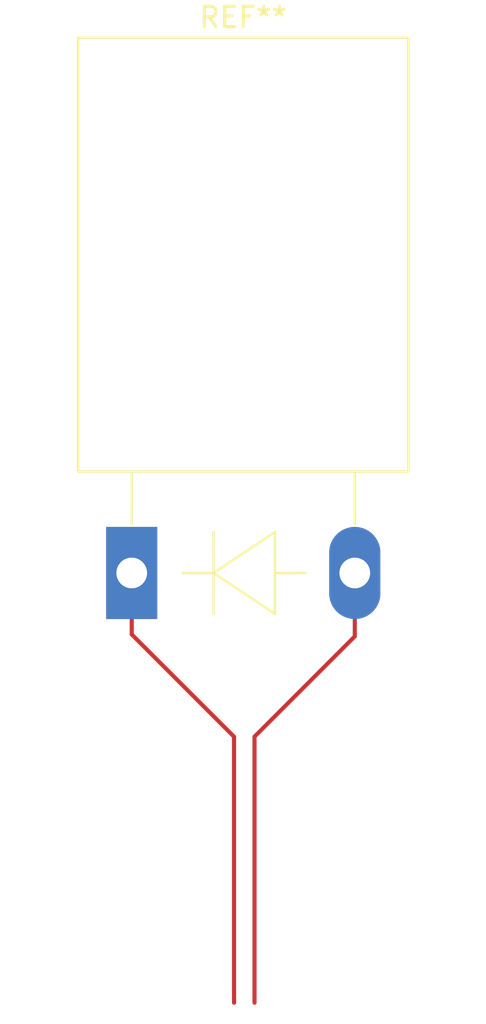
<source format=kicad_pcb>
(kicad_pcb (version 20241229) (generator "pcbnew") (generator_version "9.0")
  (layers (0 "F.Cu" signal) (2 "B.Cu" signal) (13 "F.Paste" user) (15 "B.Paste" user) (5 "F.SilkS" user "F.Silkscreen") (7 "B.SilkS" user "B.Silkscreen") (1 "F.Mask" user) (3 "B.Mask" user) (25 "Edge.Cuts" user))
  (net 0 "")
  (net 1 "a")
  (net 2 "b")
  (footprint "Diode_THT:D_DO-247_Horizontal_TabDown" (layer "F.Cu") (at 193 59)
    (property "Reference" "REF**" (at 5.45 -27.15 0) (layer "F.SilkS"))
    (property "Value" "D_DO-247_Horizontal_TabDown")
    (fp_line (start -2.62 -26.15) (end -2.62 -4.96) (stroke (width 0.12)) (layer "F.SilkS"))
    (fp_line (start -2.62 -26.15) (end 13.52 -26.15) (stroke (width 0.12)) (layer "F.SilkS"))
    (fp_line (start -2.62 -4.96) (end 13.52 -4.96) (stroke (width 0.12)) (layer "F.SilkS"))
    (fp_line (start 0 -4.96) (end 0 -2.4) (stroke (width 0.12)) (layer "F.SilkS"))
    (fp_line (start 4 -2) (end 4 2) (stroke (width 0.12)) (layer "F.SilkS"))
    (fp_line (start 4 0) (end 2.5 0) (stroke (width 0.12)) (layer "F.SilkS"))
    (fp_line (start 4 0) (end 7 -2) (stroke (width 0.12)) (layer "F.SilkS"))
    (fp_line (start 7 -2) (end 7 2) (stroke (width 0.12)) (layer "F.SilkS"))
    (fp_line (start 7 0) (end 8.5 0) (stroke (width 0.12)) (layer "F.SilkS"))
    (fp_line (start 7 2) (end 4 0) (stroke (width 0.12)) (layer "F.SilkS"))
    (fp_line (start 10.9 -4.96) (end 10.9 -2.4) (stroke (width 0.12)) (layer "F.SilkS"))
    (fp_line (start 13.52 -26.15) (end 13.52 -4.96) (stroke (width 0.12)) (layer "F.SilkS"))
    (pad "" np_thru_hole oval (at 5.45 -19.86) (size 3.6 3.6) (drill 3.6) (layers "*.Cu" "*.Mask"))
    (pad "1" thru_hole rect (at 0 0) (size 2.5 4.5) (drill 1.5) (layers "*.Cu" "*.Mask") (net 1 "a"))
    (pad "2" thru_hole oval (at 10.9 0) (size 2.5 4.5) (drill 1.5) (layers "*.Cu" "*.Mask") (net 2 "b"))
  )
  (segment (start 197 66) (end 198 67) (width 0.2) (layer "F.Cu") (net 1))
  (segment (start 193 62) (end 197 66) (width 0.2) (layer "F.Cu") (net 1))
  (segment (start 193 59) (end 193 62) (width 0.2) (layer "F.Cu") (net 1))
  (segment (start 198 67) (end 198 80) (width 0.2) (layer "F.Cu") (net 1))
  (segment (start 201 65) (end 199 67) (width 0.2) (layer "F.Cu") (net 2))
  (segment (start 203.9 62.1) (end 201 65) (width 0.2) (layer "F.Cu") (net 2))
  (segment (start 199 67) (end 199 80) (width 0.2) (layer "F.Cu") (net 2))
  (segment (start 203.9 59) (end 203.9 62.1) (width 0.2) (layer "F.Cu") (net 2))
)
</source>
